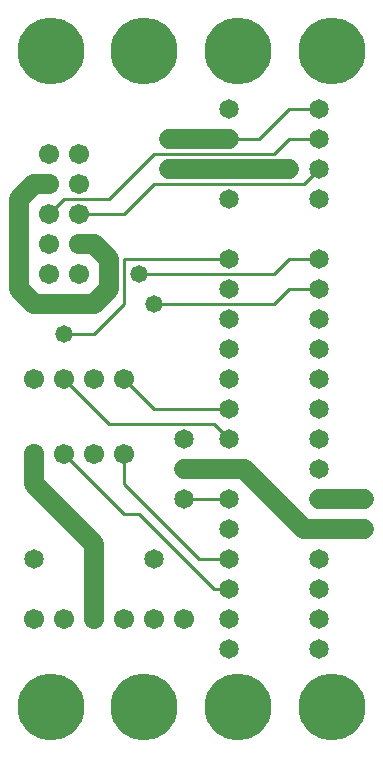
<source format=gbl>
%MOIN*%
%FSLAX25Y25*%
G04 D10 used for Character Trace; *
G04     Circle (OD=.01000) (No hole)*
G04 D11 used for Power Trace; *
G04     Circle (OD=.06500) (No hole)*
G04 D12 used for Signal Trace; *
G04     Circle (OD=.01100) (No hole)*
G04 D13 used for Via; *
G04     Circle (OD=.05800) (Round. Hole ID=.02800)*
G04 D14 used for Component hole; *
G04     Circle (OD=.06500) (Round. Hole ID=.03500)*
G04 D15 used for Component hole; *
G04     Circle (OD=.06700) (Round. Hole ID=.04300)*
G04 D16 used for Component hole; *
G04     Circle (OD=.08100) (Round. Hole ID=.05100)*
G04 D17 used for Component hole; *
G04     Circle (OD=.08900) (Round. Hole ID=.05900)*
G04 D18 used for Component hole; *
G04     Circle (OD=.11300) (Round. Hole ID=.08300)*
G04 D19 used for Component hole; *
G04     Circle (OD=.16000) (Round. Hole ID=.13000)*
G04 D20 used for Component hole; *
G04     Circle (OD=.18300) (Round. Hole ID=.15300)*
G04 D21 used for Component hole; *
G04     Circle (OD=.22291) (Round. Hole ID=.19291)*
%ADD10C,.01000*%
%ADD11C,.06500*%
%ADD12C,.01100*%
%ADD13C,.05800*%
%ADD14C,.06500*%
%ADD15C,.06700*%
%ADD16C,.08100*%
%ADD17C,.08900*%
%ADD18C,.11300*%
%ADD19C,.16000*%
%ADD20C,.18300*%
%ADD21C,.22291*%
%IPPOS*%
%LPD*%
G90*X0Y0D02*D21*X15625Y15625D03*D15*              
X40000Y45000D03*X30000D03*D11*Y70000D01*          
X10000Y90000D01*Y100000D01*D15*D03*X20000D03*D12* 
X40000Y80000D01*X45000D01*X70000Y55000D01*        
X75000D01*D14*D03*D12*X65000Y65000D02*X75000D01*  
D14*D03*Y75000D03*D12*X65000Y65000D02*            
X40000Y90000D01*Y100000D01*D15*D03*X30000D03*D12* 
X35000Y110000D02*X70000D01*X75000Y105000D01*D14*  
D03*Y115000D03*D12*X50000D01*X40000Y125000D01*D15*
D03*X30000D03*D12*X35000Y110000D02*               
X20000Y125000D01*D15*D03*X10000D03*D12*           
X20000Y140000D02*X30000D01*D13*X20000D03*D11*     
X10000Y150000D02*X30000D01*X10000D02*             
X5000Y155000D01*Y185000D01*X10000Y190000D01*      
X15000D01*D15*D03*D12*Y180000D02*X20000Y185000D01*
D15*X15000Y180000D03*D12*X20000Y185000D02*        
X35000D01*X50000Y200000D01*X90000D01*             
X95000Y205000D01*X105000D01*D14*D03*D12*X85000D02*
X95000Y215000D01*X75000Y205000D02*X85000D01*D14*  
X75000D03*D11*X55000D01*D14*D03*Y195000D03*D11*   
X75000D01*D14*D03*D11*X95000D01*D13*D03*D12*      
X50000Y190000D02*X100000D01*X40000Y180000D02*     
X50000Y190000D01*X25000Y180000D02*X40000D01*D15*  
X25000D03*X15000Y170000D03*X25000Y190000D03*      
Y170000D03*D11*X30000D01*X35000Y165000D01*        
Y155000D01*X30000Y150000D01*D12*Y140000D02*       
X40000Y150000D01*Y165000D01*X75000D01*D14*D03*    
Y155000D03*D12*X50000Y150000D02*X90000D01*D13*    
X50000D03*X45000Y160000D03*D12*X90000D01*         
X95000Y165000D01*X105000D01*D14*D03*D12*          
X90000Y150000D02*X95000Y155000D01*X105000D01*D14* 
D03*Y145000D03*Y135000D03*X75000Y185000D03*       
Y125000D03*X105000Y185000D03*Y125000D03*          
X75000Y145000D03*Y135000D03*D12*X100000Y190000D02*
X105000Y195000D01*D14*D03*Y215000D03*D12*         
X95000D01*D21*X109375Y234375D03*D14*              
X75000Y215000D03*D21*X78125Y234375D03*X46875D03*  
D15*X25000Y200000D03*Y160000D03*D21*              
X15625Y234375D03*D15*X15000Y200000D03*Y160000D03* 
D14*X105000Y115000D03*X60000Y105000D03*X105000D03*
X60000Y95000D03*D11*X75000D01*D14*D03*D11*        
X80000D01*X100000Y75000D01*X105000D01*D14*D03*D11*
X120000D01*D14*D03*Y85000D03*D11*X105000D01*D14*  
D03*Y95000D03*Y65000D03*X75000Y85000D03*D12*      
X60000D01*D14*D03*X50000Y65000D03*D15*            
X20000Y45000D03*X50000D03*X60000D03*D14*X75000D03*
X105000D03*Y55000D03*X75000Y35000D03*             
X10000Y65000D03*D15*Y45000D03*D14*                
X105000Y35000D03*D21*X46875Y15625D03*X78125D03*   
X109375D03*M02*                                   

</source>
